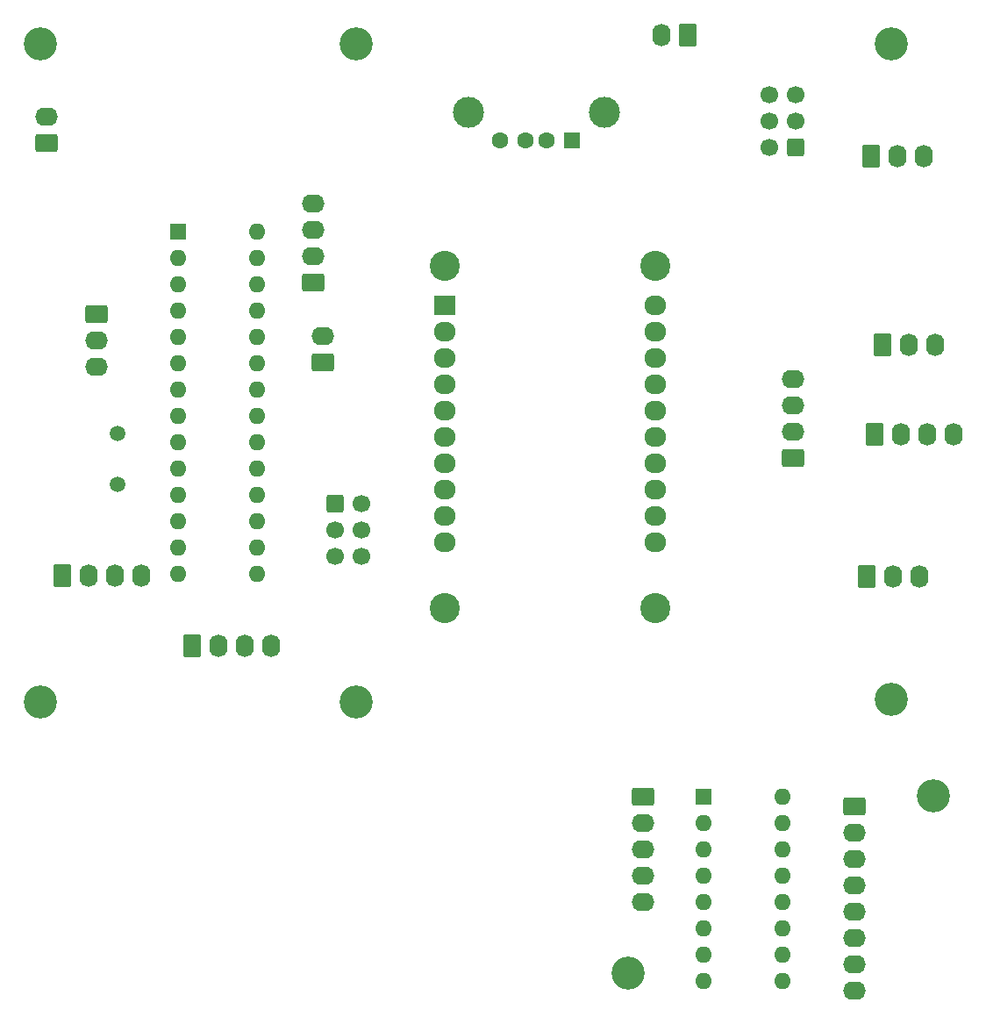
<source format=gbs>
%TF.GenerationSoftware,KiCad,Pcbnew,(6.0.1)*%
%TF.CreationDate,2022-03-08T14:51:08-06:00*%
%TF.ProjectId,arliang2_good2go_2,61726c69-616e-4673-925f-676f6f643267,rev?*%
%TF.SameCoordinates,Original*%
%TF.FileFunction,Soldermask,Bot*%
%TF.FilePolarity,Negative*%
%FSLAX46Y46*%
G04 Gerber Fmt 4.6, Leading zero omitted, Abs format (unit mm)*
G04 Created by KiCad (PCBNEW (6.0.1)) date 2022-03-08 14:51:08*
%MOMM*%
%LPD*%
G01*
G04 APERTURE LIST*
G04 Aperture macros list*
%AMRoundRect*
0 Rectangle with rounded corners*
0 $1 Rounding radius*
0 $2 $3 $4 $5 $6 $7 $8 $9 X,Y pos of 4 corners*
0 Add a 4 corners polygon primitive as box body*
4,1,4,$2,$3,$4,$5,$6,$7,$8,$9,$2,$3,0*
0 Add four circle primitives for the rounded corners*
1,1,$1+$1,$2,$3*
1,1,$1+$1,$4,$5*
1,1,$1+$1,$6,$7*
1,1,$1+$1,$8,$9*
0 Add four rect primitives between the rounded corners*
20,1,$1+$1,$2,$3,$4,$5,0*
20,1,$1+$1,$4,$5,$6,$7,0*
20,1,$1+$1,$6,$7,$8,$9,0*
20,1,$1+$1,$8,$9,$2,$3,0*%
G04 Aperture macros list end*
%ADD10O,1.740000X2.190000*%
%ADD11RoundRect,0.250000X-0.620000X-0.845000X0.620000X-0.845000X0.620000X0.845000X-0.620000X0.845000X0*%
%ADD12C,1.500000*%
%ADD13C,3.200000*%
%ADD14RoundRect,0.250000X-0.845000X0.620000X-0.845000X-0.620000X0.845000X-0.620000X0.845000X0.620000X0*%
%ADD15O,2.190000X1.740000*%
%ADD16C,2.900000*%
%ADD17R,2.100000X1.900000*%
%ADD18O,2.100000X1.900000*%
%ADD19R,1.600000X1.600000*%
%ADD20O,1.600000X1.600000*%
%ADD21RoundRect,0.250000X0.620000X0.845000X-0.620000X0.845000X-0.620000X-0.845000X0.620000X-0.845000X0*%
%ADD22C,1.700000*%
%ADD23RoundRect,0.250000X0.600000X0.600000X-0.600000X0.600000X-0.600000X-0.600000X0.600000X-0.600000X0*%
%ADD24RoundRect,0.250000X0.845000X-0.620000X0.845000X0.620000X-0.845000X0.620000X-0.845000X-0.620000X0*%
%ADD25C,1.600000*%
%ADD26C,3.000000*%
%ADD27RoundRect,0.250000X-0.600000X-0.600000X0.600000X-0.600000X0.600000X0.600000X-0.600000X0.600000X0*%
G04 APERTURE END LIST*
D10*
%TO.C,J12*%
X187010511Y-99871489D03*
X184470511Y-99871489D03*
D11*
X181930511Y-99871489D03*
%TD*%
D12*
%TO.C,Y1*%
X109565511Y-90969000D03*
X109565511Y-86089000D03*
%TD*%
D13*
%TO.C,H2*%
X102108000Y-112014000D03*
%TD*%
D14*
%TO.C,J16*%
X180737000Y-122047000D03*
D15*
X180737000Y-124587000D03*
X180737000Y-127127000D03*
X180737000Y-129667000D03*
X180737000Y-132207000D03*
X180737000Y-134747000D03*
X180737000Y-137287000D03*
X180737000Y-139827000D03*
%TD*%
D13*
%TO.C,H9*%
X188341000Y-121031000D03*
%TD*%
D16*
%TO.C,A1*%
X161483511Y-102894489D03*
X141163511Y-102894489D03*
X141163511Y-69874489D03*
X161483511Y-69874489D03*
D17*
X141163511Y-73684489D03*
D18*
X141163511Y-76224489D03*
X141163511Y-78764489D03*
X141163511Y-81304489D03*
X141163511Y-83844489D03*
X141163511Y-86384489D03*
X141163511Y-88924489D03*
X141163511Y-91464489D03*
X141163511Y-94004489D03*
X141163511Y-96544489D03*
X161483511Y-96544489D03*
X161483511Y-94004489D03*
X161483511Y-91464489D03*
X161483511Y-88924489D03*
X161483511Y-86384489D03*
X161483511Y-83844489D03*
X161483511Y-81304489D03*
X161483511Y-78764489D03*
X161483511Y-76224489D03*
X161483511Y-73684489D03*
%TD*%
D19*
%TO.C,U1*%
X115417511Y-66558000D03*
D20*
X115417511Y-69098000D03*
X115417511Y-71638000D03*
X115417511Y-74178000D03*
X115417511Y-76718000D03*
X115417511Y-79258000D03*
X115417511Y-81798000D03*
X115417511Y-84338000D03*
X115417511Y-86878000D03*
X115417511Y-89418000D03*
X115417511Y-91958000D03*
X115417511Y-94498000D03*
X115417511Y-97038000D03*
X115417511Y-99578000D03*
X123037511Y-99578000D03*
X123037511Y-97038000D03*
X123037511Y-94498000D03*
X123037511Y-91958000D03*
X123037511Y-89418000D03*
X123037511Y-86878000D03*
X123037511Y-84338000D03*
X123037511Y-81798000D03*
X123037511Y-79258000D03*
X123037511Y-76718000D03*
X123037511Y-74178000D03*
X123037511Y-71638000D03*
X123037511Y-69098000D03*
X123037511Y-66558000D03*
%TD*%
D21*
%TO.C,J8*%
X164658511Y-47649489D03*
D10*
X162118511Y-47649489D03*
%TD*%
D11*
%TO.C,J2*%
X104231511Y-99822000D03*
D10*
X106771511Y-99822000D03*
X109311511Y-99822000D03*
X111851511Y-99822000D03*
%TD*%
D22*
%TO.C,J15*%
X172532511Y-53364489D03*
X175072511Y-53364489D03*
X172532511Y-55904489D03*
X175072511Y-55904489D03*
X172532511Y-58444489D03*
D23*
X175072511Y-58444489D03*
%TD*%
D13*
%TO.C,H10*%
X158893000Y-138176000D03*
%TD*%
D24*
%TO.C,J3*%
X128488511Y-71501000D03*
D15*
X128488511Y-68961000D03*
X128488511Y-66421000D03*
X128488511Y-63881000D03*
%TD*%
D13*
%TO.C,H1*%
X102108000Y-48514000D03*
%TD*%
%TO.C,H5*%
X132588000Y-48514000D03*
%TD*%
%TO.C,H3*%
X132588000Y-112014000D03*
%TD*%
D15*
%TO.C,J17*%
X160290000Y-131318000D03*
X160290000Y-128778000D03*
X160290000Y-126238000D03*
X160290000Y-123698000D03*
D14*
X160290000Y-121158000D03*
%TD*%
D19*
%TO.C,J9*%
X153482511Y-57809489D03*
D25*
X150982511Y-57809489D03*
X148982511Y-57809489D03*
X146482511Y-57809489D03*
D26*
X143412511Y-55099489D03*
X156552511Y-55099489D03*
%TD*%
D10*
%TO.C,J13*%
X190312511Y-86130489D03*
X187772511Y-86130489D03*
X185232511Y-86130489D03*
D11*
X182692511Y-86130489D03*
%TD*%
%TO.C,J1*%
X116804511Y-106553000D03*
D10*
X119344511Y-106553000D03*
X121884511Y-106553000D03*
X124424511Y-106553000D03*
%TD*%
D27*
%TO.C,J4*%
X130565500Y-92832000D03*
D22*
X133105500Y-92832000D03*
X130565500Y-95372000D03*
X133105500Y-95372000D03*
X130565500Y-97912000D03*
X133105500Y-97912000D03*
%TD*%
D13*
%TO.C,H7*%
X184277000Y-111760000D03*
%TD*%
D10*
%TO.C,J10*%
X187391511Y-59333489D03*
X184851511Y-59333489D03*
D11*
X182311511Y-59333489D03*
%TD*%
D19*
%TO.C,U7*%
X166132000Y-121158000D03*
D20*
X166132000Y-123698000D03*
X166132000Y-126238000D03*
X166132000Y-128778000D03*
X166132000Y-131318000D03*
X166132000Y-133858000D03*
X166132000Y-136398000D03*
X166132000Y-138938000D03*
X173752000Y-138938000D03*
X173752000Y-136398000D03*
X173752000Y-133858000D03*
X173752000Y-131318000D03*
X173752000Y-128778000D03*
X173752000Y-126238000D03*
X173752000Y-123698000D03*
X173752000Y-121158000D03*
%TD*%
D24*
%TO.C,J14*%
X174818511Y-88416489D03*
D15*
X174818511Y-85876489D03*
X174818511Y-83336489D03*
X174818511Y-80796489D03*
%TD*%
D10*
%TO.C,J11*%
X188534511Y-77494489D03*
X185994511Y-77494489D03*
D11*
X183454511Y-77494489D03*
%TD*%
D24*
%TO.C,J7*%
X129413000Y-79248000D03*
D15*
X129413000Y-76708000D03*
%TD*%
D14*
%TO.C,J6*%
X107533511Y-74549000D03*
D15*
X107533511Y-77089000D03*
X107533511Y-79629000D03*
%TD*%
D24*
%TO.C,J5*%
X102707511Y-58039000D03*
D15*
X102707511Y-55499000D03*
%TD*%
D13*
%TO.C,H6*%
X184277000Y-48514000D03*
%TD*%
M02*

</source>
